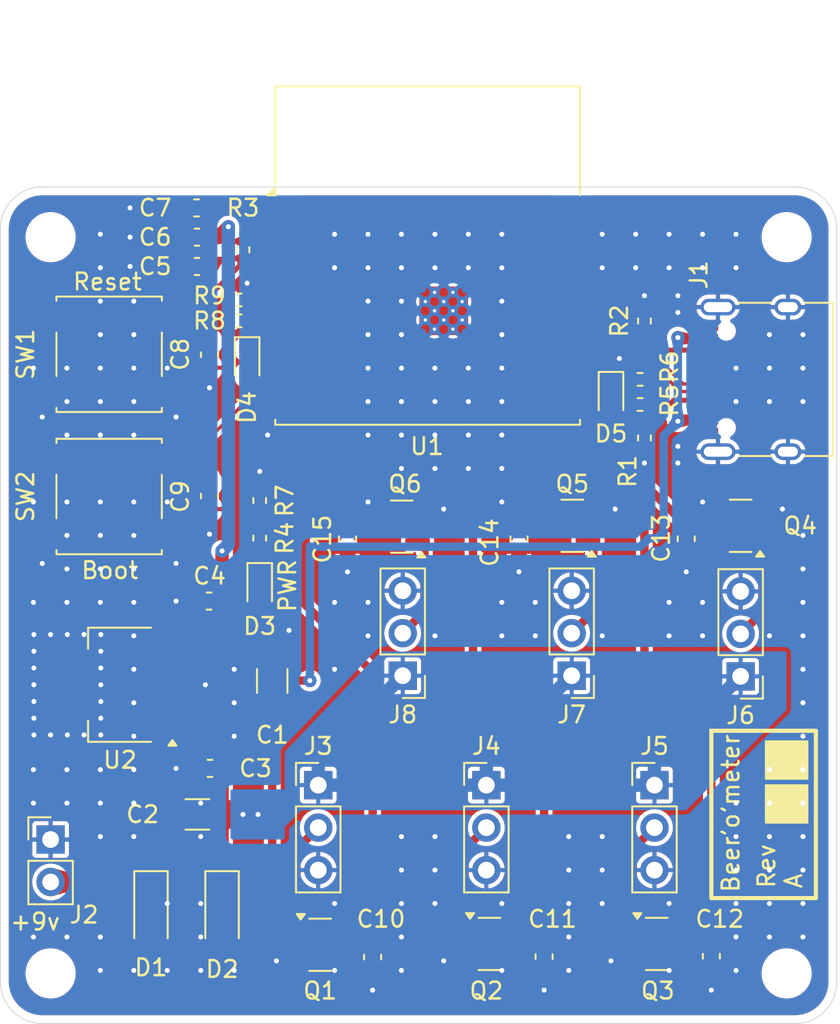
<source format=kicad_pcb>
(kicad_pcb (version 20240108) (generator "pcbnew") (generator_version "8.0")
  (layers (0 "F.Cu" signal) (31 "B.Cu" signal) (34 "B.Paste" user) (35 "F.Paste" user) (36 "B.SilkS" user "B.Silkscreen") (37 "F.SilkS" user "F.Silkscreen") (38 "B.Mask" user) (39 "F.Mask" user) (44 "Edge.Cuts" user))
  (net 0 "")
  (net 1 "GND")
  (net 4 "+3V3")
  (net 6 "+5V")
  (net 7 "+9V")
  (net 8 "ESP_EN")
  (net 9 "GPIO9")
  (net 10 "/TRIG1")
  (net 11 "/9V_f")
  (net 13 "D+")
  (net 14 "/CC1_f")
  (net 15 "D-")
  (net 17 "/CC2_f")
  (net 18 "/Sensor1/SENSE")
  (net 19 "/TRIG2")
  (net 20 "/TRIG3")
  (net 21 "/TRIG4")
  (net 22 "/TRIG5")
  (net 23 "/TRIG6")
  (net 24 "/Sensor2/SENSE")
  (net 25 "/Sensor3/SENSE")
  (net 26 "/Sensor4/SENSE")
  (net 27 "/Sensor5/SENSE")
  (net 28 "/Sensor6/SENSE")
  (net 30 "/LED_PWR_f")
  (net 31 "/LED_IND1_f")
  (net 32 "/LED_IND2_f")
  (net 33 "/LED_IND1")
  (net 34 "/LED_IND2")
  (net 35 "/LED_PWR_f2")
  (net 36 "/LED_IND2_f2")
  (net 37 "/LED_IND1_f2")
  (footprint "Capacitor_SMD:C_0603_1608Metric" (layer "F.Cu") (at 92.5 145.975 -90)
    (property "Reference" "C12")
    (property "Value" "22pF" (hide yes))
  )
  (footprint "Connector_PinHeader_2.54mm:PinHeader_1x03_P2.54mm_Vertical" (layer "F.Cu") (at 79.05 135.75)
    (property "Reference" "J4")
    (property "Value" "Conn_01x03" (hide yes))
  )
  (footprint "Connector_USB:USB_C_Receptacle_XKB_U262-16XN-4BVC11" (layer "F.Cu") (at 96 111.5 90)
    (property "Reference" "J1")
    (property "Value" "USB_C_Receptacle_USB2.0_16P" (hide yes))
  )
  (footprint "Resistor_SMD:R_0402_1005Metric" (layer "F.Cu") (at 64.26 108 180)
    (property "Reference" "R8")
    (property "Value" "33R" (hide yes))
  )
  (footprint "Capacitor_SMD:C_0603_1608Metric" (layer "F.Cu") (at 82.5 146 -90)
    (property "Reference" "C11")
    (property "Value" "22pF" (hide yes))
  )
  (footprint "RF_Module:ESP32-C3-WROOM-02" (layer "F.Cu") (at 75.54 107.2)
    (property "Reference" "U1")
    (property "Value" "ESP32-C3-WROOM-02" (hide yes))
  )
  (footprint "MountingHole:MountingHole_2.5mm" (layer "F.Cu") (at 53 147)
    (property "Reference" "H3" (hide yes))
    (property "Value" "MountingHole" (hide yes))
  )
  (footprint "Package_TO_SOT_SMD:SOT-223-3_TabPin2" (layer "F.Cu") (at 57.15 129.75 180)
    (property "Reference" "U2")
    (property "Value" "AMS1117-3.3" (hide yes))
  )
  (footprint "MountingHole:MountingHole_2.5mm" (layer "F.Cu") (at 53 103)
    (property "Reference" "H1" (hide yes))
    (property "Value" "MountingHole" (hide yes))
  )
  (footprint "MountingHole:MountingHole_2.5mm" (layer "F.Cu") (at 97 147)
    (property "Reference" "H4" (hide yes))
    (property "Value" "MountingHole" (hide yes))
  )
  (footprint "Resistor_SMD:R_0402_1005Metric" (layer "F.Cu") (at 88.24 113)
    (property "Reference" "R5")
    (property "Value" "33R" (hide yes))
  )
  (footprint "Connector_PinHeader_2.54mm:PinHeader_1x03_P2.54mm_Vertical" (layer "F.Cu") (at 74.05 129.21 180)
    (property "Reference" "J8")
    (property "Value" "Conn_01x03" (hide yes))
  )
  (footprint "LED_SMD:LED_0603_1608Metric" (layer "F.Cu") (at 65.5 123.9625 -90)
    (property "Reference" "D3")
    (property "Value" "LED" (hide yes))
  )
  (footprint "Connector_PinHeader_2.54mm:PinHeader_1x03_P2.54mm_Vertical" (layer "F.Cu") (at 84.15 129.21 180)
    (property "Reference" "J7")
    (property "Value" "Conn_01x03" (hide yes))
  )
  (footprint "Capacitor_SMD:C_0603_1608Metric" (layer "F.Cu") (at 62.5 110.025 90)
    (property "Reference" "C8")
    (property "Value" "1uF" (hide yes))
  )
  (footprint "Package_TO_SOT_SMD:SOT-23" (layer "F.Cu") (at 69.1125 145.29)
    (property "Reference" "Q1")
    (property "Value" "Q_NPN_BEC" (hide yes))
  )
  (footprint "Capacitor_SMD:C_1206_3216Metric" (layer "F.Cu") (at 66.25 129.525 90)
    (property "Reference" "C1")
    (property "Value" "22uF 25V" (hide yes))
  )
  (footprint "Diode_SMD:D_SOD-123" (layer "F.Cu") (at 63.25 143.25 -90)
    (property "Reference" "D2")
    (property "Value" "B5819W SL" (hide yes))
  )
  (footprint "Package_TO_SOT_SMD:SOT-23" (layer "F.Cu") (at 74 120.3 180)
    (property "Reference" "Q6")
    (property "Value" "Q_NPN_BEC" (hide yes))
  )
  (footprint "MountingHole:MountingHole_2.5mm" (layer "F.Cu") (at 97 103)
    (property "Reference" "H2" (hide yes))
    (property "Value" "MountingHole" (hide yes))
  )
  (footprint "Resistor_SMD:R_0402_1005Metric" (layer "F.Cu") (at 64.5 103.76 -90)
    (property "Reference" "R3")
    (property "Value" "10K" (hide yes))
  )
  (footprint "Connector_PinHeader_2.54mm:PinHeader_1x03_P2.54mm_Vertical" (layer "F.Cu") (at 94.25 129.25 180)
    (property "Reference" "J6")
    (property "Value" "Conn_01x03" (hide yes))
  )
  (footprint "Connector_PinHeader_2.54mm:PinHeader_1x02_P2.54mm_Vertical" (layer "F.Cu") (at 53 139)
    (property "Reference" "J2")
    (property "Value" "Conn_01x02" (hide yes))
  )
  (footprint "Connector_PinHeader_2.54mm:PinHeader_1x03_P2.54mm_Vertical" (layer "F.Cu") (at 69 135.75)
    (property "Reference" "J3")
    (property "Value" "Conn_01x03" (hide yes))
  )
  (footprint "Connector_PinHeader_2.54mm:PinHeader_1x03_P2.54mm_Vertical" (layer "F.Cu") (at 89.1 135.75)
    (property "Reference" "J5")
    (property "Value" "Conn_01x03" (hide yes))
  )
  (footprint "Capacitor_SMD:C_0603_1608Metric" (layer "F.Cu") (at 61.75 104.75 180)
    (property "Reference" "C5")
    (property "Value" "1uF" (hide yes))
  )
  (footprint "Capacitor_SMD:C_0603_1608Metric" (layer "F.Cu") (at 61.75 103 180)
    (property "Reference" "C6")
    (property "Value" "10uF" (hide yes))
  )
  (footprint "Capacitor_SMD:C_0603_1608Metric" (layer "F.Cu") (at 81 121.025 -90)
    (property "Reference" "C14")
    (property "Value" "22pF" (hide yes))
  )
  (footprint "Resistor_SMD:R_0402_1005Metric" (layer "F.Cu") (at 64.26 106.75)
    (property "Reference" "R9")
    (property "Value" "33R" (hide yes))
  )
  (footprint "Capacitor_SMD:C_1206_3216Metric" (layer "F.Cu") (at 61.775 137.5)
    (property "Reference" "C2")
    (property "Value" "22uF 25V" (hide yes))
  )
  (footprint "Capacitor_SMD:C_0603_1608Metric" (layer "F.Cu") (at 72.25 146.025 -90)
    (property "Reference" "C10")
    (property "Value" "22pF" (hide yes))
  )
  (footprint "Resistor_SMD:R_0402_1005Metric" (layer "F.Cu") (at 88.5 108.01 90)
    (property "Reference" "R2")
    (property "Value" "5K1" (hide yes))
  )
  (footprint "Capacitor_SMD:C_0603_1608Metric" (layer "F.Cu") (at 62.525 134.75 180)
    (property "Reference" "C3")
    (property "Value" "10uF 25V" (hide yes))
  )
  (footprint "Resistor_SMD:R_0402_1005Metric" (layer "F.Cu") (at 88.24 111.5 180)
    (property "Reference" "R6")
    (property "Value" "33R" (hide yes))
  )
  (footprint "Capacitor_SMD:C_0603_1608Metric" (layer "F.Cu") (at 62.475 124.75 180)
    (property "Reference" "C4")
    (property "Value" "10uF 25V" (hide yes))
  )
  (footprint "Package_TO_SOT_SMD:SOT-23" (layer "F.Cu") (at 84.1875 120.25 180)
    (property "Reference" "Q5")
    (property "Value" "Q_NPN_BEC" (hide yes))
  )
  (footprint "Button_Switch_SMD:SW_SPST_B3S-1000" (layer "F.Cu") (at 56.5 110 180)
    (property "Reference" "SW1")
    (property "Value" "B3S-1000" (hide yes))
  )
  (footprint "Diode_SMD:D_SOD-123" (layer "F.Cu") (at 59 143.25 -90)
    (property "Reference" "D1")
    (property "Value" "B5819W SL" (hide yes))
  )
  (footprint "LED_SMD:LED_0603_1608Metric" (layer "F.Cu") (at 86.5 112.5375 -90)
    (property "Reference" "D5")
    (property "Value" "LED" (hide yes))
  )
  (footprint "LED_SMD:LED_0603_1608Metric" (layer "F.Cu") (at 64.75 110.4625 -90)
    (property "Reference" "D4")
    (property "Value" "LED" (hide yes))
  )
  (footprint "Capacitor_SMD:C_0603_1608Metric" (layer "F.Cu") (at 70.75 121.025 -90)
    (property "Reference" "C15")
    (property "Value" "22pF" (hide yes))
  )
  (footprint "Resistor_SMD:R_0402_1005Metric" (layer "F.Cu") (at 65.5 120.99 90)
    (property "Reference" "R4")
    (property "Value" "33R" (hide yes))
  )
  (footprint "Capacitor_SMD:C_0603_1608Metric" (layer "F.Cu") (at 62.5 118.475 90)
    (property "Reference" "C9")
    (property "Value" "1uF" (hide yes))
  )
  (footprint "Capacitor_SMD:C_0603_1608Metric" (layer "F.Cu") (at 91 121.025 -90)
    (property "Reference" "C13")
    (property "Value" "22pF" (hide yes))
  )
  (footprint "Resistor_SMD:R_0402_1005Metric" (layer "F.Cu") (at 65.5 118.74 90)
    (property "Reference" "R7")
    (property "Value" "33R" (hide yes))
  )
  (footprint "Package_TO_SOT_SMD:SOT-23" (layer "F.Cu") (at 79.2375 145.24)
    (property "Reference" "Q2")
    (property "Value" "Q_NPN_BEC" (hide yes))
  )
  (footprint "Button_Switch_SMD:SW_SPST_B3S-1000" (layer "F.Cu") (at 56.5 118.5 180)
    (property "Reference" "SW2")
    (property "Value" "B3S-1000" (hide yes))
  )
  (footprint "Package_TO_SOT_SMD:SOT-23" (layer "F.Cu") (at 89.2375 145.24)
    (property "Reference" "Q3")
    (property "Value" "Q_NPN_BEC" (hide yes))
  )
  (footprint "Resistor_SMD:R_0402_1005Metric" (layer "F.Cu") (at 88.5 115 -90)
    (property "Reference" "R1")
    (property "Value" "5K1" (hide yes))
  )
  (footprint "Capacitor_SMD:C_0603_1608Metric" (layer "F.Cu") (at 61.725 101.25 180)
    (property "Reference" "C7")
    (property "Value" "100nF" (hide yes))
  )
  (footprint "Package_TO_SOT_SMD:SOT-23" (layer "F.Cu") (at 94.25 120.25 180)
    (property "Reference" "Q4")
    (property "Value" "Q_NPN_BEC" (hide yes))
  )
  (gr_rect (start 95.75 135.75) (end 98.25 138) (stroke (width 0.1)) (fill solid) (layer "F.SilkS"))
  (gr_rect (start 95.75 133.125) (end 98.25 135.375) (stroke (width 0.1)) (fill solid) (layer "F.SilkS"))
  (gr_rect (start 92.5 132.5) (end 98.75 142.5) (stroke (width 0.25)) (fill none) (layer "F.SilkS"))
  (gr_line (start 52.5 150) (end 97.5 150) (stroke (width 0.05)) (layer "Edge.Cuts"))
  (gr_line (start 97.5 100) (end 52.5 100) (stroke (width 0.05)) (layer "Edge.Cuts"))
  (gr_arc (start 97.5 100) (mid 99.267767 100.732233) (end 100 102.5) (stroke (width 0.05)) (layer "Edge.Cuts"))
  (gr_line (start 50 102.5) (end 50 147.5) (stroke (width 0.05)) (layer "Edge.Cuts"))
  (gr_arc (start 100 147.5) (mid 99.267767 149.267767) (end 97.5 150) (stroke (width 0.05)) (layer "Edge.Cuts"))
  (gr_line (start 100 147.5) (end 100 102.5) (stroke (width 0.05)) (layer "Edge.Cuts"))
  (gr_arc (start 50 102.5) (mid 50.732233 100.732233) (end 52.5 100) (stroke (width 0.05)) (layer "Edge.Cuts"))
  (gr_arc (start 52.5 150) (mid 50.732233 149.267767) (end 50 147.5) (stroke (width 0.05)) (layer "Edge.Cuts"))
  (gr_text "PWR" (at 67.75 125.5 90) (layer "F.SilkS") (effects (font (size 1 1)) (justify left bottom)))
  (gr_text "Rev\nA" (at 98 142 90) (layer "F.SilkS") (effects (font (size 1 1)) (justify left bottom)))
  (gr_text "Reset" (at 54.25 106.25 0) (layer "F.SilkS") (effects (font (size 1 1)) (justify left bottom)))
  (gr_text "Beer'o'meter" (at 94.25 142.25 90) (layer "F.SilkS") (effects (font (size 1 1)) (justify left bottom)))
  (gr_text "+9v" (at 50.5 144.5 0) (layer "F.SilkS") (effects (font (size 1 1)) (justify left bottom)))
  (gr_text "Boot" (at 54.75 123.5 0) (layer "F.SilkS") (effects (font (size 1 1)) (justify left bottom)))
  (segment (start 61.7 124.75) (end 60.5 124.75) (width 0.8) (layer "F.Cu") (net 1))
  (segment (start 54 129.75) (end 52 129.75) (width 0.8) (layer "F.Cu") (net 1))
  (segment (start 81 121.8) (end 81 123) (width 0.5) (layer "F.Cu") (net 1))
  (segment (start 66.25 127.5) (end 67.25 126.5) (width 0.8) (layer "F.Cu") (net 1))
  (segment (start 68.175 146.24) (end 66.51 146.24) (width 0.5) (layer "F.Cu") (net 1))
  (segment (start 60.475 120.75) (end 60.475 122.475) (width 0.8) (layer "F.Cu") (net 1))
  (segment (start 87.73 111.5) (end 87.73 110.98) (width 0.8) (layer "F.Cu") (net 1))
  (segment (start 60.475 113.725) (end 60.5 113.75) (width 0.8) (layer "F.Cu") (net 1))
  (segment (start 82.5 146.775) (end 82.5 148) (width 0.5) (layer "F.Cu") (net 1))
  (segment (start 91 121.8) (end 91 123) (width 0.5) (layer "F.Cu") (net 1))
  (segment (start 60.95 101.25) (end 57.75 101.25) (width 0.8) (layer "F.Cu") (net 1))
  (segment (start 91 108) (end 90.5 107.5) (width 0.25) (layer "F.Cu") (net 1))
  (segment (start 62.5 119.25) (end 62.5 120.75) (width 0.8) (layer "F.Cu") (net 1))
  (segment (start 64.77 106.75) (end 64.77 105.77) (width 0.8) (layer "F.Cu") (net 1))
  (segment (start 91.45 108.45) (end 91 108) (width 0.25) (layer "F.Cu") (net 1))
  (segment (start 54 129.75) (end 54 126.75) (width 0.8) (layer "F.Cu") (net 1))
  (segment (start 86.56 146.19) (end 86.5 146.25) (width 0.5) (layer "F.Cu") (net 1))
  (segment (start 92.33 108.45) (end 91.45 108.45) (width 0.25) (layer "F.Cu") (net 1))
  (segment (start 54 129.75) (end 54 132.75) (width 0.8) (layer "F.Cu") (net 1))
  (segment (start 91.45 114.55) (end 91 115) (width 0.25) (layer "F.Cu") (net 1))
  (segment (start 60.475 122.475) (end 60.5 122.5) (width 0.8) (layer "F.Cu") (net 1))
  (segment (start 65.5 118.23) (end 65.5 117) (width 0.8) (layer "F.Cu") (net 1))
  (segment (start 91 115) (end 90.5 115.5) (width 0.25) (layer "F.Cu") (net 1))
  (segment (start 86.7 119.3) (end 86.75 119.25) (width 0.5) (layer "F.Cu") (net 1))
  (segment (start 64.77 105.77) (end 64.75 105.75) (width 0.8) (layer "F.Cu") (net 1))
  (segment (start 66.51 146.24) (end 66.5 146.25) (width 0.5) (layer "F.Cu") (net 1))
  (segment (start 76.4 119.35) (end 76.5 119.25) (width 0.5) (layer "F.Cu") (net 1))
  (segment (start 60.975 104.75) (end 57.75 104.75) (width 0.8) (layer "F.Cu") (net 1))
  (segment (start 92.5 146.75) (end 92.5 148) (width 0.5) (layer "F.Cu") (net 1))
  (segment (start 52.525 112.25) (end 52.525 113.725) (width 0.8) (layer "F.Cu") (net 1))
  (segment (start 96.7 119.3) (end 96.75 119.25) (width 0.5) (layer "F.Cu") (net 1))
  (segment (start 87.73 110.98) (end 87 110.25) (width 0.8) (layer "F.Cu") (net 1))
  (segment (start 88.5 107.5) (end 88.5 106.5) (width 0.3) (layer "F.Cu") (net 1))
  (segment (start 52.525 122.475) (end 52.5 122.5) (width 0.8) (layer "F.Cu") (net 1))
  (segment (start 61.75 134.75) (end 60.5 134.75) (width 0.8) (layer "F.Cu") (net 1))
  (segment (start 92.33 114.85) (end 91.15 114.85) (width 0.25) (layer "F.Cu") (net 1))
  (segment (start 92.33 108.15) (end 91.15 108.15) (width 0.25) (layer "F.Cu") (net 1))
  (segment (start 76.56 146.19) (end 76.5 146.25) (width 0.5) (layer "F.Cu") (net 1))
  (segment (start 91.15 114.85) (end 91 115) (width 0.25) (layer "F.Cu") (net 1))
  (segment (start 62.5 110.8) (end 62.5 112) (width 0.8) (layer "F.Cu") (net 1))
  (segment (start 91.15 108.15) (end 91 108) (width 0.25) (layer "F.Cu") (net 1))
  (segment (start 60.3 129.75) (end 62.25 129.75) (width 0.8) (layer "F.Cu") (net 1))
  (segment (start 60.475 112.25) (end 60.475 113.725) (width 0.8) (layer "F.Cu") (net 1))
  (segment (start 78.3 146.19) (end 76.56 146.19) (width 0.5) (layer "F.Cu") (net 1))
  (segment (start 60.975 103) (end 57.75 103) (width 0.8) (layer "F.Cu") (net 1))
  (segment (start 52.525 113.725) (end 52.5 113.75) (width 0.8) (layer "F.Cu") (net 1))
  (segment (start 95.1875 119.3) (end 96.7 119.3) (width 0.5) (layer "F.Cu") (net 1))
  (segment (start 72.25 146.8) (end 72.25 148) (width 0.5) (layer "F.Cu") (net 1))
  (segment (start 70.75 121.8) (end 70.75 123) (width 0.5) (layer "F.Cu") (net 1))
  (segment (start 88.3 146.19) (end 86.56 146.19) (width 0.5) (layer "F.Cu") (net 1))
  (segment (start 92.33 114.55) (end 91.45 114.55) (width 0.25) (layer "F.Cu") (net 1))
  (segment (start 54 129.75) (end 56 129.75) (width 0.8) (layer "F.Cu") (net 1))
  (segment (start 85.125 119.3) (end 86.7 119.3) (width 0.5) (layer "F.Cu") (net 1))
  (segment (start 88.5 115.51) (end 88.5 116.5) (width 0.3) (layer "F.Cu") (net 1))
  (segment (start 74.9375 119.35) (end 76.4 119.35) (width 0.5) (layer "F.Cu") (net 1))
  (segment (start 52.525 120.75) (end 52.525 122.475) (width 0.8) (layer "F.Cu") (net 1))
  (segment (start 66.25 128.05) (end 66.25 127.5) (width 0.8) (layer "F.Cu") (net 1))
  (via (at 62.5 120.75) (size 0.8) (drill 0.3) (layers "F.Cu" "B.Cu") (net 1))
  (via (at 97.975 120.825) (size 0.8) (drill 0.3) (layers "F.Cu" "B.Cu") (net 1))
  (via (at 71.975 114.825) (size 0.8) (drill 0.3) (layers "F.Cu" "B.Cu") (net 1))
  (via (at 52.5 113.75) (size 0.8) (drill 0.3) (layers "F.Cu" "B.Cu") (net 1))
  (via (at 55.975 112.825) (size 0.8) (drill 0.3) (layers "F.Cu" "B.Cu") (net 1))
  (via (at 55 132.75) (size 0.8) (drill 0.3) (layers "F.Cu" "B.Cu") (net 1))
  (via (at 77.975 110.825) (size 0.8) (drill 0.3) (layers "F.Cu" "B.Cu") (net 1))
  (via (at 65.975 114.825) (size 0.8) (drill 0.3) (layers "F.Cu" "B.Cu") (net 1))
  (via (at 71.975 124.825) (size 0.8) (drill 0.3) (layers "F.Cu" "B.Cu") (net 1))
  (via (at 60.5 124.75) (size 0.8) (drill 0.3) (layers "F.Cu" "B.Cu") (net 1))
  (via (at 73.975 102.825) (size 0.8) (drill 0.3) (layers "F.Cu" "B.Cu") (net 1))
  (via (at 77.975 104.825) (size 0.8) (drill 0.3) (layers "F.Cu" "B.Cu") (net 1))
  (via (at 91 123) (size 0.8) (drill 0.3) (layers "F.Cu" "B.Cu") (net 1))
  (via (at 63.975 146.825) (size 0.8) (drill 0.3) (layers "F.Cu" "B.Cu") (net 1))
  (via (at 90.5 106.5) (size 0.8) (drill 0.3) (layers "F.Cu" "B.Cu") (net 1))
  (via (at 83.975 144.825) (size 0.8) (drill 0.3) (layers "F.Cu" "B.Cu") (net 1))
  (via (at 71.975 126.825) (size 0.8) (drill 0.3) (layers "F.Cu" "B.Cu") (net 1))
  (via (at 89.975 142.825) (size 0.8) (drill 0.3) (layers "F.Cu" "B.Cu") (net 1))
  (via (at 79.975 142.825) (size 0.8) (drill 0.3) (layers "F.Cu" "B.Cu") (net 1))
  (via (at 87 110.25) (size 0.8) (drill 0.3) (layers "F.Cu" "B.Cu") (net 1))
  (via (at 97.975 136.825) (size 0.8) (drill 0.3) (layers "F.Cu" "B.Cu") (net 1))
  (via (at 97.975 108.825) (size 0.8) (drill 0.3) (layers "F.Cu" "B.Cu") (net 1))
  (via (at 59.975 146.825) (size 0.8) (drill 0.3) (layers "F.Cu" "B.Cu") (net 1))
  (via (at 93.975 144.825) (size 0.8) (drill 0.3) (layers "F.Cu" "B.Cu") (net 1))
  (via (at 93.975 102.825) (size 0.8) (drill 0.3) (layers "F.Cu" "B.Cu") (net 1))
  (via (at 52 128.75) (size 0.8) (drill 0.3) (layers "F.Cu" "B.Cu") (net 1))
  (via (at 51.975 118.825) (size 0.8) (drill 0.3) (layers "F.Cu" "B.Cu") (net 1))
  (via (at 79.975 118.825) (size 0.8) (drill 0.3) (layers "F.Cu" "B.Cu") (net 1))
  (via (at 75.975 116.825) (size 0.8) (drill 0.3) (layers "F.Cu" "B.Cu") (net 1))
  (via (at 89.975 124.825) (size 0.8) (drill 0.3) (layers "F.Cu" "B.Cu") (net 1))
  (via (at 75.975 112.825) (size 0.8) (drill 0.3) (layers "F.Cu" "B.Cu") (net 1))
  (via (at 67.25 126.5) (size 0.8) (drill 0.3) (layers "F.Cu" "B.Cu") (net 1))
  (via (at 60.5 113.75) (size 0.8) (drill 0.3) (layers "F.Cu" "B.Cu") (net 1))
  (via (at 75.975 110.825) (size 0.8) (drill 0.3) (layers "F.Cu" "B.Cu") (net 1))
  (via (at 57.975 146.825) (size 0.8) (drill 0.3) (layers "F.Cu" "B.Cu") (net 1))
  (via (at 95.975 108.825) (size 0.8) (drill 0.3) (layers "F.Cu" "B.Cu") (net 1))
  (via (at 57.975 126.825) (size 0.8) (drill 0.3) (layers "F.Cu" "B.Cu") (net 1))
  (via (at 56 126.75) (size 0.8) (drill 0.3) (layers "F.Cu" "B.Cu") (net 1))
  (via (at 51.975 124.825) (size 0.8) (drill 0.3) (layers "F.Cu" "B.Cu") (net 1))
  (via (at 89.975 126.825) (size 0.8) (drill 0.3) (layers "F.Cu" "B.Cu") (net 1))
  (via (at 79.975 124.825) (size 0.8) (drill 0.3) (layers "F.Cu" "B.Cu") (net 1))
  (via (at 53.975 122.825) (size 0.8) (drill 0.3) (layers "F.Cu" "B.Cu") (net 1))
  (via (at 55.975 144.825) (size 0.8) (drill 0.3) (layers "F.Cu" "B.Cu") (net 1))
  (via (at 57.975 112.825) (size 0.8) (drill 0.3) (layers "F.Cu" "B.Cu") (net 1))
  (via (at 91.975 104.825) (size 0.8) (drill 0.3) (layers "F.Cu" "B.Cu") (net 1))
  (via (at 55.975 104.825) (size 0.8) (drill 0.3) (layers "F.Cu" "B.Cu") (net 1))
  (via (at 73.975 138.825) (size 0.8) (drill 0.3) (layers "F.Cu" "B.Cu") (net 1))
  (via (at 55.975 138.825) (size 0.8) (drill 0.3) (layers "F.Cu" "B.Cu") (net 1))
  (via (at 57.975 128.825) (size 0.8) (drill 0.3) (layers "F.Cu" "B.Cu") (net 1))
  (via (at 56 128.75) (size 0.8) (drill 0.3) (layers "F.Cu" "B.Cu") (net 1))
  (via (at 76.5 146.25) (size 0.8) (drill 0.3) (layers "F.Cu" "B.Cu") (net 1))
  (via (at 53 132.75) (size 0.8) (drill 0.3) (layers "F.Cu" "B.Cu") (net 1))
  (via (at 53.975 134.825) (size 0.8) (drill 0.3) (layers "F.Cu" "B.Cu") (net 1))
  (via (at 82.5 148) (size 0.8) (drill 0.3) (layers "F.Cu" "B.Cu") (net 1))
  (via (at 57.975 124.825) (size 0.8) (drill 0.3) (layers "F.Cu" "B.Cu") (net 1))
  (via (at 59.975 110.825) (size 0.8) (drill 0.3) (layers "F.Cu" "B.Cu") (net 1))
  (via (at 70.75 123) (size 0.8) (drill 0.3) (layers "F.Cu" "B.Cu") (net 1))
  (via (at 71.975 104.825) (size 0.8) (drill 0.3) (layers "F.Cu" "B.Cu") (net 1))
  (via (at 71.975 110.825) (size 0.8) (drill 0.3) (layers "F.Cu" "B.Cu") (net 1))
  (via (at 93.975 140.825) (size 0.8) (drill 0.3) (layers "F.Cu" "B.Cu") (net 1))
  (via (at 59.975 142.825) (size 0.8) (drill 0.3) (layers "F.Cu" "B.Cu") (net 1))
  (via (at 57.975 132.825) (size 0.8) (drill 0.3) (layers "F.Cu" "B.Cu") (net 1))
  (via (at 75.975 102.825) (size 0.8) (drill 0.3) (layers "F.Cu" "B.Cu") (net 1))
  (via (at 81.975 126.825) (size 0.8) (drill 0.3) (layers "F.Cu" "B.Cu") (net 1))
  (via (at 57.975 130.825) (size 0.8) (drill 0.3) (layers "F.Cu" "B.Cu") (net 1))
  (via (at 69.975 124.825) (size 0.8) (drill 0.3) (layers "F.Cu" "B.Cu") (net 1))
  (via (at 79.975 126.825) (size 0.8) (drill 0.3) (layers "F.Cu" "B.Cu") (net 1))
  (via (at 57.975 118.825) (size 0.8) (drill 0.3) (layers "F.Cu" "B.Cu") (net 1))
  (via (at 53.975 110.825) (size 0.8) (drill 0.3) (layers "F.Cu" "B.Cu") (net 1))
  (via (at 55.975 124.825) (size 0.8) (drill 0.3) (layers "F.Cu" "B.Cu") (net 1))
  (via (at 79.975 104.825) (size 0.8) (drill 0.3) (layers "F.Cu" "B.Cu") (net 1))
  (via (at 71.975 106.825) (size 0.8) (drill 0.3) (layers "F.Cu" "B.Cu") (net 1))
  (via (at 57.975 122.825) (size 0.8) (drill 0.3) (layers "F.Cu" "B.Cu") (net 1))
  (via (at 97.975 126.825) (size 0.8) (drill 0.3) (layers "F.Cu" "B.Cu") (net 1))
  (via (at 72.25 148) (size 0.8) (drill 0.3) (layers "F.Cu" "B.Cu") (net 1))
  (via (at 95.975 144.825) (size 0.8) (drill 0.3) (layers "F.Cu" "B.Cu") (net 1))
  (via (at 73.975 144.825) (size 0.8) (drill 0.3) (layers "F.Cu" "B.Cu") (net 1))
  (via (at 95.975 112.825) (size 0.8) (drill 0.3) (layers "F.Cu" "B.Cu") (net 1))
  (via (at 93.975 138.825) (size 0.8) (drill 0.3) (layers "F.Cu" "B.Cu") (net 1))
  (via (at 89.975 146.825) (size 0.8) (drill 0.3) (layers "F.Cu" "B.Cu") (net 1))
  (via (at 57.975 120.825) (size 0.8) (drill 0.3) (layers "F.Cu" "B.Cu") (net 1))
  (via (at 55.975 136.825) (size 0.8) (drill 0.3) (layers "F.Cu" "B.Cu") (net 1))
  (via (at 85.975 102.825) (size 0.8) (drill 0.3) (layers "F.Cu" "B.Cu") (net 1))
  (via (at 69.975 104.825) (size 0.8) (drill 0.3) (layers "F.Cu" "B.Cu") (net 1))
  (via (at 63.975 128.825) (size 0.8) (drill 0.3) (layers "F.Cu" "B.Cu") (net 1))
  (via (at 76.5 119.25) (size 0.8) (drill 0.3) (layers "F.Cu" "B.Cu") (net 1))
  (via (at 61.975 136.825) (size 0.8) (drill 0.3) (layers "F.Cu" "B.Cu") (net 1))
  (via (at 71.975 118.825) (size 0.8) (drill 0.3) (layers "F.Cu" "B.Cu") (net 1))
  (via (at 97.975 128.825) (size 0.8) (drill 0.3) (layers "F.Cu" "B.Cu") (net 1))
  (via (at 86.75 119.25) (size 0.8) (drill 0.3) (layers "F.Cu" "B.Cu") (net 1))
  (via (at 51.975 110.825) (size 0.8) (drill 0.3) (layers "F.Cu" "B.Cu") (net 1))
  (via (at 90.5 115.5) (size 0.8) (drill 0.3) (layers "F.Cu" "B.Cu") (net 1))
  (via (at 97.975 140.825) (size 0.8) (drill 0.3) (layers "F.Cu" "B.Cu") (net 1))
  (via (at 62.5 112) (size 0.8) (drill 0.3) (layers "F.Cu" "B.Cu") (net 1))
  (via (at 56 132.75) (size 0.8) (drill 0.3) (layers "F.Cu" "B.Cu") (net 1))
  (via (at 93.975 136.825) (size 0.8) (drill 0.3) (layers "F.Cu" "B.Cu") (net 1))
  (via (at 79.975 112.825) (size 0.8) (drill 0.3) (layers "F.Cu" "B.Cu") (net 1))
  (via (at 75.975 138.825) (size 0.8) (drill 0.3) (layers "F.Cu" "B.Cu") (net 1))
  (via (at 89.975 104.825) (size 0.8) (drill 0.3) (layers "F.Cu" "B.Cu") (net 1))
  (via (at 93.975 142.825) (size 0.8) (drill 0.3) (layers "F.Cu" "B.Cu") (net 1))
  (via (at 91.975 102.825) (size 0.8) (drill 0.3) (layers "F.Cu" "B.Cu") (net 1))
  (via (at 77.975 112.825) (size 0.8) (drill 0.3) (layers "F.Cu" "B.Cu") (net 1))
  (via (at 79.975 116.825) (size 0.8) (drill 0.3) (layers "F.Cu" "B.Cu") (net 1))
  (via (at 55.975 114.825) (size 0.8) (drill 0.3) (layers "F.Cu" "B.Cu") (net 1))
  (via (at 73.975 140.825) (size 0.8) (drill 0.3) (layers "F.Cu" "B.Cu") (net 1))
  (via (at 91.975 118.825) (size 0.8) (drill 0.3) (layers "F.Cu" "B.Cu") (net 1))
  (via (at 93.975 146.825) (size 0.8) (drill 0.3) (layers "F.Cu" "B.Cu") (net 1))
  (via (at 63.975 132.825) (size 0.8) (drill 0.3) (layers "F.Cu" "B.Cu") (net 1))
  (via (at 55.975 110.825) (size 0.8) (drill 0.3) (layers "F.Cu" "B.Cu") (net 1))
  (via (at 95.975 110.825) (size 0.8) (drill 0.3) (layers "F.Cu" "B.Cu") (net 1))
  (via (at 56 131.75) (size 0.8) (drill 0.3) (layers "F.Cu" "B.Cu") (net 1))
  (via (at 95.975 142.825) (size 0.8) (drill 0.3) (layers "F.Cu" "B.Cu") (net 1))
  (via (at 57.975 106.825) (size 0.8) (drill 0.3) (layers "F.Cu" "B.Cu") (net 1))
  (via (at 53.975 118.825) (size 0.8) (drill 0.3) (layers "F.Cu" "B.Cu") (net 1))
  (via (at 77.975 102.825) (size 0.8) (drill 0.3) (layers "F.Cu" "B.Cu") (net 1))
  (via (at 56 129.75) (size 0.8) (drill 0.3) (layers "F.Cu" "B.Cu") (net 1))
  (via (at 88.5 116.5) (size 0.8) (drill 0.3) (layers "F.Cu" "B.Cu") (net 1))
  (via (at 55.975 108.825) (size 0.8) (drill 0.3) (layers "F.Cu" "B.Cu") (net 1))
  (via (at 73.975 114.825) (size 0.8) (drill 0.3) (layers "F.Cu" "B.Cu") (net 1))
  (via (at 54 132.75) (size 0.8) (drill 0.3) (layers "F.Cu" "B.Cu") (net 1))
  (via (at 97.975 132.825) (size 0.8) (drill 0.3) (layers "F.Cu" "B.Cu") (net 1))
  (via (at 91.975 124.825) (size 0.8) (drill 0.3) (layers "F.Cu" "B.Cu") (net 1))
  (via (at 59.975 118.825) (size 0.8) (drill 0.3) (layers "F.Cu" "B.Cu") (net 1))
  (via (at 61.975 138.825) (size 0.8) (drill 0.3) (layers "F.Cu" "B.Cu") (net 1))
  (via (at 93.975 112.825) (size 0.8) (drill 0.3) (layers "F.Cu" "B.Cu") (net 1))
  (via (at 61.975 144.825) (size 0.8) (drill 0.3) (layers "F.Cu" "B.Cu") (net 1))
  (via (at 86.5 146.25) (size 0.8) (drill 0.3) (layers "F.Cu" "B.Cu") (net 1))
  (via (at 85.975 142.825) (size 0.8) (drill 0.3) (layers "F.Cu" "B.Cu") (net 1))
  (via (at 61.975 146.825) (size 0.8) (drill 0.3) (layers "F.Cu" "B.Cu") (net 1))
  (via (at 97.975 142.825) (size 0.8) (drill 0.3) (layers "F.Cu" "B.Cu") (net 1))
  (via (at 56 130.75) (size 0.8) (drill 0.3) (layers "F.Cu" "B.Cu") (net 1))
  (via (at 54 126.75) (size 0.8) (drill 0.3) (layers "F.Cu" "B.Cu") (net 1))
  (via (at 53.975 144.825) (size 0.8) (drill 0.3) (layers "F.Cu" "B.Cu") (net 1))
  (via (at 52 131.75) (size 0.8) (drill 0.3) (layers "F.Cu" "B.Cu") (net 1))
  (via (at 51.975 134.825) (size 0.8) (drill 0.3) (layers "F.Cu" "B.Cu") (net 1))
  (via (at 60.5 122.5) (size 0.8) (drill 0.3) (layers "F.Cu" "B.Cu") (net 1))
  (via (at 53.975 112.825) (size 0.8) (drill 0.3) (layers "F.Cu" "B.Cu") (net 1))
  (via (at 55.975 146.825) (size 0.8) (drill 0.3) (layers "F.Cu" "B.Cu") (net 1))
  (via (at 92.5 148) (size 0.8) (drill 0.3) (layers "F.Cu" "B.Cu") (net 1))
  (via (at 90.5 116.5) (size 0.8) (drill 0.3) (layers "F.Cu" "B.Cu") (net 1))
  (via (at 73.975 106.825) (size 0.8) (drill 0.3) (layers "F.Cu" "B.Cu") (net 1))
  (via (at 69.975 102.825) (size 0.8) (drill 0.3) (layers "F.Cu" "B.Cu") (net 1))
  (via (at 53.975 124.825) (size 0.8) (drill 0.3) (layers "F.Cu" "B.Cu") (net 1))
  (via (at 60.5 134.75) (size 0.8) (drill 0.3) (layers "F.Cu" "B.Cu") (net 1))
  (via (at 85.975 104.825) (size 0.8) (drill 0.3) (layers "F.Cu" "B.Cu") (net 1))
  (via (at 75.975 140.825) (size 0.8) (drill 0.3) (layers "F.Cu" "B.Cu") (net 1))
  (via (at 53.975 120.825) (size 0.8) (drill 0.3) (layers "F.Cu" "B.Cu") (net 1))
  (via (at 77.975 116.825) (size 0.8) (drill 0.3) (layers "F.Cu" "B.Cu") (net 1))
  (via (at 93.975 110.825) (size 0.8) (drill 0.3) (layers "F.Cu" "B.Cu") (net 1))
  (via (at 55.975 120.825) (size 0.8) (drill 0.3) (layers "F.Cu" "B.Cu") (net 1))
  (via (at 57.975 134.825) (size 0.8) (drill 0.3) (layers "F.Cu" "B.Cu") (net 1))
  (via (at 73.975 116.825) (size 0.8) (drill 0.3) (layers "F.Cu" "B.Cu") (net 1))
  (via (at 57.75 101.25) (size 0.8) (drill 0.3) (layers "F.Cu" "B.Cu") (net 1))
  (via (at 85.975 126.825) (size 0.8) (drill 0.3) (layers "F.Cu" "B.Cu") (net 1))
  (via (at 57.975 110.825) (size 0.8) (drill 0.3) (layers "F.Cu" "B.Cu") (net 1))
  (via (at 75.975 142.825) (size 0.8) (drill 0.3) (layers "F.Cu" "B.Cu") (net 1))
  (via (at 57.75 103) (size 0.8) (drill 0.3) (layers "F.Cu" "B.Cu") (net 1))
  (via (at 85.975 138.825) (size 0.8) (drill 0.3) (layers "F.Cu" "B.Cu") (net 1))
  (via (at 95.975 140.825) (size 0.8) (drill 0.3) (layers "F.Cu" "B.Cu") (net 1))
  (via (at 69.975 146.825) (size 0.8) (drill 0.3) (layers "F.Cu" "B.Cu") (net 1))
  (via (at 91.975 126.825) (size 0.8) (drill 0.3) (layers "F.Cu" "B.Cu") (net 1))
  (via (at 97.975 110.825) (size 0.8) (drill 0.3) (layers "F.Cu" "B.Cu") (net 1))
  (via (at 97.975 144.825) (size 0.8) (drill 0.3) (layers "F.Cu" "B.Cu") (net 1))
  (via (at 97.975 112.825) (size 0.8) (drill 0.3) (layers "F.Cu" "B.Cu") (net 1))
  (via (at 87.975 104.825) (size 0.8) (drill 0.3) (layers "F.Cu" "B.Cu") (net 1))
  (via (at 57.975 136.825) (size 0.8) (drill 0.3) (layers "F.Cu" "B.Cu") (net 1))
  (via (at 69.975 128.825) (size 0.8) (drill 0.3) (layers "F.Cu" "B.Cu") (net 1))
  (via (at 69.975 142.825) (size 0.8) (drill 0.3) (layers "F.Cu" "B.Cu") (net 1))
  (via (at 53.975 114.825) (size 0.8) (drill 0.3) (layers "F.Cu" "B.Cu") (net 1))
  (via (at 55.975 134.825) (size 0.8) (drill 0.3) (layers "F.Cu" "B.Cu") (net 1))
  (via (at 53 126.75) (size 0.8) (drill 0.3) (layers "F.Cu" "B.Cu") (net 1))
  (via (at 83.975 140.825) (size 0.8) (drill 0.3) (layers "F.Cu" "B.Cu") (net 1))
  (via (at 95.975 126.825) (size 0.8) (drill 0.3) (layers "F.Cu" "B.Cu") (net 1))
  (via (at 73.975 104.825) (size 0.8) (drill 0.3) (layers "F.Cu" "B.Cu") (net 1))
  (via (at 87.975 102.825) (size 0.8) (drill 0.3) (layers "F.Cu" "B.Cu") (net 1))
  (via (at 52 129.75) (size 0.8) (drill 0.3) (layers "F.Cu" "B.Cu") (net 1))
  (via (at 51.975 144.825) (size 0.8) (drill 0.3) (layers "F.Cu" "B.Cu") (net 1))
  (via (at 85.975 140.825) (size 0.8) (drill 0.3) (layers "F.Cu" "B.Cu") (net 1))
  (via (at 73.975 108.825) (size 0.8) (drill 0.3) (layers "F.Cu" "B.Cu") (net 1))
  (via (at 65.5 117) (size 0.8) (drill 0.3) (layers "F.Cu" "B.Cu") (net 1))
  (via (at 79.975 102.825) (size 0.8) (drill 0.3) (layers "F.Cu" "B.Cu") (net 1))
  (via (at 55.975 118.825) (size 0.8) (drill 0.3) (layers "F.Cu" "B.Cu") (net 1))
  (via (at 71.975 108.825) (size 0.8) (drill 0.3) (layers "F.Cu" "B.Cu") (net 1))
  (via (at 52 126.75) (size 0.8) (drill 0.3) (layers "F.Cu" "B.Cu") (net 1))
  (via (at 55.975 106.825) (size 0.8) (drill 0.3) (layers "F.Cu" "B.Cu") (net 1))
  (via (at 57.975 108.825) (size 0.8) (drill 0.3) (layers "F.Cu" "B.Cu") (net 1))
  (via (at 61.975 142.825) (size 0.8) (drill 0.3) (layers "F.Cu" "B.Cu") (net 1))
  (via (at 97.975 130.825) (size 0.8) (drill 0.3) (layers "F.Cu" "B.Cu") (net 1))
  (via (at 73.975 142.825) (size 0.8) (drill 0.3) (layers "F.Cu" "B.Cu") (net 1))
  (via (at 56 127.75) (size 0.8) (drill 0.3) (layers "F.Cu" "B.Cu") (net 1))
  (via (at 71.975 112.825) (size 0.8) (drill 0.3) (layers "F.Cu" "B.Cu") (net 1))
  (via (at 96.75 119.25) (size 0.8) (drill 0.3) (layers "F.Cu" "B.Cu") (net 1))
  (via (at 93.975 104.825) (size 0.8) (drill 0.3) (layers "F.Cu" "B.Cu") (net 1))
  (via (at 83.975 146.825) (size 0.8) (drill 0.3) (layers "F.Cu" "B.Cu") (net 1))
  (via (at 52.5 122.5) (size 0.8) (drill 0.3) (layers "F.Cu" "B.Cu") (net 1))
  (via (at 57.975 138.825) (size 0.8) (drill 0.3) (layers "F.Cu" "B.Cu") (net 1))
  (via (at 75.975 126.825) (size 0.8) (drill 0.3) (layers "F.Cu" "B.Cu") (net 1))
  (via (at 57.975 114.825) (size 0.8) (drill 0.3) (layers "F.Cu" "B.Cu") (net 1))
  (via (at 79.975 106.825) (size 0.8) (drill 0.3) (layers "F.Cu" "B.Cu") (net 1))
  (via (at 77.975 114.825) (size 0.8) (drill 0.3) (layers "F.Cu" "B.Cu") (net 1))
  (via (at 73.975 112.825) (size 0.8) (drill 0.3) (layers "F.Cu" "B.Cu") (net 1))
  (via (at 79.975 110.825) (size 0.8) (drill 0.3) (layers "F.Cu" "B.Cu") (net 1))
  (via (at 53.975 136.825) (size 0.8) (drill 0.3) (layers "F.Cu" "B.Cu") (net 1))
  (via (at 52 127.75) (size 0.8) (drill 0.3) (layers "F.Cu" "B.Cu") (net 1))
  (via (at 55.975 122.825) (size 0.8) (drill 0.3) (layers "F.Cu" "B.Cu") (net 1))
  (via (at 66.5 146.25) (size 0.8) (drill 0.3) (layers "F.Cu" "B.Cu") (net 1))
  (via (at 97.975 122.825) (size 0.8) (drill 0.3) (layers "F.Cu" "B.Cu") (net 1))
  (via (at 90.5 107.5) (size 0.8) (drill 0.3) (layers "F.Cu" "B.Cu") (net 1))
  (via (at 83.975 142.825) (size 0.8) (drill 0.3) (layers "F.Cu" "B.Cu") (net 1))
  (via (at 75.975 104.825) (size 0.8) (drill 0.3) (layers "F.Cu" "B.Cu") (net 1))
  (via (at 95.975 136.825) (size 0.8) (drill 0.3) (layers "F.Cu" "B.Cu") (net 1))
  (via (at 79.975 146.825) (size 0.8) (drill 0.3) (layers "F.Cu" "B.Cu") (net 1))
  (via (at 71.975 102.825) (size 0.8) (drill 0.3) (layers "F.Cu" "B.Cu") (net 1))
  (via (at 51.975 136.825) (size 0.8) (drill 0.3) (layers "F.Cu" "B.Cu") (net 1))
  (via (at 62.25 129.75) (size 0.8) (drill 0.3) (layers "F.Cu" "B.Cu") (net 1))
  (via (at 55.975 102.825) (size 0.8) (drill 0.3) (layers "F.Cu" "B.Cu") (net 1))
  (via (at 73.975 110.825) (size 0.8) (drill 0.3) (layers "F.Cu" "B.Cu") (net 1))
  (via (at 55 126.75) (size 0.8) (drill 0.3) (layers "F.Cu" "B.Cu") (net 1))
  (via (at 79.975 108.825) (size 0.8) (drill 0.3) (layers "F.Cu" "B.Cu") (net 1))
  (via (at 64.75 105.75) (size 0.8) (drill 0.3) (layers "F.Cu" "B.Cu") (net 1))
  (via (at 75.975 114.825) (size 0.8) (drill 0.3) (layers "F.Cu" "B.Cu") (net 1))
  (via (at 52 132.75) (size 0.8) (drill 0.3) (layers "F.Cu" "B.Cu") (net 1))
  (via (at 95.975 138.825) (size 0.8) (drill 0.3) (layers "F.Cu" "B.Cu") (net 1))
  (via (at 52 130.75) (size 0.8) (drill 0.3) (layers "F.Cu" "B.Cu") (net 1))
  (via (at 57.75 104.75) (size 0.8) (drill 0.3) (layers "F.Cu" "B.Cu") (net 1))
  (via (at 81 123) (size 0.8) (drill 0.3) (layers "F.Cu" "B.Cu") (net 1))
  (via (at 97.975 124.825) (size 0.8) (drill 0.3) (layers "F.Cu" "B.Cu") (net 1))
  (via (at 73.975 146.825) (size 0.8) (drill 0.3) (layers "F.Cu" "B.Cu") (net 1))
  (via (at 63.975 130.825) (size 0.8) (drill 0.3) (layers "F.Cu" "B.Cu") (net 1))
  (via (at 88.5 106.5) (size 0.8) (drill 0.3) (layers "F.Cu" "B.Cu") (net 1))
  (via (at 97.975 138.825) (size 0.8) (drill 0.3) (layers "F.Cu" "B.Cu") (net 1))
  (via (at 97.975 134.825) (size 0.8) (drill 0.3) (layers "F.Cu" "B.Cu") (net 1))
  (via (at 95.975 134.825) (size 0.8) (drill 0.3) (layers "F.Cu" "B.Cu") (net 1))
  (via (at 81.975 124.825) (size 0.8) (drill 0.3) (layers "F.Cu" "B.Cu") (net 1))
  (via (at 89.975 102.825) (size 0.8) (drill 0.3) (layers "F.Cu" "B.Cu") (net 1))
  (via (at 79.975 114.825) (size 0.8) (drill 0.3) (layers "F.Cu" "B.Cu") (net 1))
  (via (at 83.975 138.825) (size 0.8) (drill 0.3) (layers "F.Cu" "B.Cu") (net 1))
  (segment (start 66.74 101.25) (end 66.79 101.2) (width 0.8) (layer "F.Cu") (net 4))
  (segment (start 63.25 121.75) (end 63.25 124.75) (width 0.8) (layer "F.Cu") (net 4))
  (segment (start 62.525 101.275) (end 62.5 101.25) (width 0.8) (layer "F.Cu") (net 4))
  (segment (start 63.625 102.375) (end 63 103) (width 0.8) (layer "F.Cu") (net 4))
  (segment (start 63 103) (end 62.525 103) (width 0.8) (layer "F.Cu") (net 4))
  (segment (start 64.5 103.25) (end 62.775 103.25) (width 0.2) (layer "F.Cu") (net 4))
  (segment (start 63.25 125.5) (end 63.25 124.75) (width 0.8) (layer "F.Cu") (net 4))
  (segment (start 61.3 127.45) (end 63.25 125.5) (width 0.8) (layer "F.Cu") (net 4))
  (segment (start 62.5 101.25) (end 66.74 101.25) (width 0.8) (layer "F.Cu") (net 4))
  (segment (start 62.525 103) (end 62.525 101.275) (width 0.8) (layer "F.Cu") (net 4))
  (segment (start 60.3 127.45) (end 61.3 127.45) (width 0.8) (layer "F.Cu") (net 4))
  (segment (start 63.25 124.75) (end 65.5 124.75) (width 0.8) (layer "F.Cu") (net 4))
  (segment (start 62.775 103.25) (end 62.525 103) (width 0.2) (layer "F.Cu") (net 4))
  (via (at 63.625 102.375) (size 0.8) (drill 0.3) (layers "F.Cu" "B.Cu") (net 4))
  (via (at 63.25 121.75) (size 0.8) (drill 0.3) (layers "F.Cu" "B.Cu") (net 4))
  (segment (start 63.625 102.375) (end 63.625 121.375) (width 0.8) (layer "B.Cu") (net 4))
  (segment (start 63.625 121.375) (end 63.25 121.75) (width 0.8) (layer "B.Cu") (net 4))
  (segment (start 67.75 129.5) (end 66.25 131) (width 0.5) (layer "F.Cu") (net 6))
  (segment (start 91.5 108.95) (end 90.55 108.95) (width 0.3) (layer "F.Cu") (net 6))
  (segment (start 92.33 109.25) (end 91.5 109.25) (width 0.3) (layer "F.Cu") (net 6))
  (segment (start 66.25 141.9) (end 63.25 144.9) (width 0.5) (layer "F.Cu") (net 6))
  (segment (start 92.33 113.75) (end 91.5 113.75) (width 0.3) (layer "F.Cu") (net 6))
  (segment (start 92.33 114.05) (end 91 114.05) (width 0.3) (layer "F.Cu") (net 6))
  (segment (start 92.33 108.95) (end 91.5 108.95) (width 0.3) (layer "F.Cu") (net 6))
  (segment (start 68.5 129.5) (end 67.75 129.5) (width 0.5) (layer "F.Cu") (net 6))
  (segment (start 90.55 108.95) (end 90.5 109) (width 0.3) (layer "F.Cu") (net 6))
  (segment (start 66.25 131) (end 66.25 141.9) (width 0.5) (layer "F.Cu") (net 6))
  (segment (start 90.75 113.75) (end 90.5 114) (width 0.3) (layer "F.Cu") (net 6))
  (segment (start 63.4 145.05) (end 63.25 144.9) (width 0.8) (layer "F.Cu") (net 6))
  (segment (start 90.75 109.25) (end 90.5 109) (width 0.3) (layer "F.Cu") (net 6))
  (segment (start 91.5 113.75) (end 90.75 113.75) (width 0.3) (layer "F.Cu") (net 6))
  (segment (start 91 114.05) (end 90.55 114.05) (width 0.3) (layer "F.Cu") (net 6))
  (segment (start 90.55 114.05) (end 90.5 114) (width 0.3) (layer "F.Cu") (net 6))
  (segment (start 91.5 109.25) (end 90.75 109.25) (width 0.3) (layer "F.Cu") (net 6))
  (via (at 68.5 129.5) (size 0.8) (drill 0.3) (layers "F.Cu" "B.Cu") (net 6))
  (via (at 90.5 114) (size 0.8) (drill 0.3) (layers "F.Cu" "B.Cu") (net 6))
  (via (at 90.5 109) (size 0.8) (drill 0.3) (layers "F.Cu" "B.Cu") (net 6))
  (segment (start 68.5 121.5) (end 68.5 129.5) (width 0.5) (layer "B.Cu") (net 6))
  (segment (start 88.75 121) (end 88.25 121.5) (width 0.5) (layer "B.Cu") (net 6))
  (segment (start 90.5 114) (end 90.5 109) (width 0.5) (layer "B.Cu") (net 6))
  (segment (start 89.65 120.6) (end 89.25 121) (width 0.5) (layer "B.Cu") (net 6))
  (segment (start 88.25 121.5) (end 68.5 121.5) (width 0.5) (layer "B.Cu") (net 6))
  (segment (start 90.5 114) (end 89.65 114.85) (width 0.5) (layer "B.Cu") (net 6))
  (segment (start 89.65 114.85) (end 89.65 120.6) (width 0.5) (layer "B.Cu") (net 6))
  (segment (start 89.25 121) (end 88.75 121) (width 0.5) (layer "B.Cu") (net 6))
  (segment (start 59 141.6) (end 63.25 141.6) (width 0.8) (layer "F.Cu") (net 7))
  (segment (start 63.3 134.75) (end 63.3 134.275) (width 0.8) (layer "F.Cu") (net 7))
  (segment (start 63.3 134.275) (end 61.075 132.05) (width 0.8) (layer "F.Cu") (net 7))
  (segment (start 63.25 137.5) (end 63.25 134.8) (width 0.8) (layer "F.Cu") (net 7))
  (segment (start 63.25 137.5) (end 64.5 137.5) (width 0.8) (layer "F.Cu") (net 7))
  (segment (start 63.25 134.8) (end 63.3 134.75) (width 0.8) (layer "F.Cu") (net 7))
  (segment (start 64.5 137.5) (end 65.4 137.5) (width 0.8) (layer "F.Cu") (net 7))
  (segment (start 63.25 141.6) (end 63.25 137.5) (width 0.8) (layer "F.Cu") (net 7))
  (segment (start 61.075 132.05) (end 60.3 132.05) (width 0.8) (layer "F.Cu") (net 7))
  (via (at 64.5 137.5) (size 0.8) (drill 0.3) (layers "F.Cu" "B.Cu") (net 7))
  (via (at 65.4 137.5) (size 0.8) (drill 0.3) (layers "F.Cu" "B.Cu") (net 7))
  (segment (start 79.05 135.75) (end 79.05 134.31) (width 0.8) (layer "B.Cu") (net 7))
  (segment (start 79.05 135.75) (end 89.1 135.75) (width 0.8) (layer "B.Cu") (net 7))
  (segment (start 89.1 134.4) (end 94.25 129.25) (width 0.8) (layer "B.Cu") (net 7))
  (segment (start 69 135.75) (end 69 134.26) (width 0.8) (layer "B.Cu") (net 7))
  (segment (start 69 134.26) (end 74.05 129.21) (width 0.8) (layer "B.Cu") (net 7))
  (segment (start 79.05 134.31) (end 84.15 129.21) (width 0.8) (layer "B.Cu") (net 7))
  (segment (start 69 135.75) (end 79.05 135.75) (width 0.8) (layer "B.Cu") (net 7))
  (segment (start 89.1 135.75) (end 89.1 134.4) (width 0.8) (layer "B.Cu") (net 7))
  (segment (start 64.5 104.27) (end 66.07 102.7) (width 0.2) (layer "F.Cu") (net 8))
  (segment (start 61.1125 107.8875) (end 64.5 104.5) (width 0.3) (layer "F.Cu") (net 8))
  (segment (start 52.525 107.75) (end 60.475 107.75) (width 0.3) (layer "F.Cu") (net 8))
  (segment (start 63.005 104.27) (end 62.525 104.75) (width 0.2) (layer "F.Cu") (net 8))
  (segment (start 66.07 102.7) (end 66.79 102.7) (width 0.2) (layer "F.Cu") (net 8))
  (segment (start 64.5 104.27) (end 63.005 104.27) (width 0.2) (layer "F.Cu") (net 8))
  (segment (start 64.5 104.5) (end 64.5 104.27) (width 0.3) (layer "F.Cu") (net 8))
  (segment (start 66.59 102.5) (end 66.79 102.7) (width 0.3) (layer "F.Cu") (net 8))
  (segment (start 60.475 107.75) (end 60.6125 107.8875) (width 0.3) (layer "F.Cu") (net 8))
  (segment (start 61.975 109.25) (end 60.475 107.75) (width 0.3) (layer "F.Cu") (net 8))
  (segment (start 60.6125 107.8875) (end 61.1125 107.8875) (width 0.3) (layer "F.Cu") (net 8))
  (segment (start 62.5 109.25) (end 61.975 109.25) (width 0.3) (layer "F.Cu") (net 8))
  (segment (start 60.475 116.25) (end 52.525 116.25) (width 0.2) (layer "F.Cu") (net 9))
  (segment (start 65.8 111.7) (end 66.79 111.7) (width 0.2) (layer "F.Cu") (net 9))
  (segment (start 61.925 117.7) (end 62.5 117.7) (width 0.2) (layer "F.Cu") (net 9))
  (segment (start 60.475 116.25) (end 61.925 117.7) (width 0.2) (layer "F.Cu") (net 9))
  (segment (start 62.5 115) (end 65.8 111.7) (width 0.2) (layer "F.Cu") (net 9))
  (segment (start 62.5 117.7) (end 62.5 115) (width 0.2) (layer "F.Cu") (net 9))
  (segment (start 68.25 107.5) (end 67.95 107.2) (width 0.5) (layer "F.Cu") (net 10))
  (segment (start 68.25 125) (end 68.25 107.5) (width 0.5) (layer "F.Cu") (net 10))
  (segment (start 72.25 145.25) (end 72.25 129) (width 0.5) (layer "F.Cu") (net 10))
  (segment (start 72.21 145.29) (end 72.25 145.25) (width 0.5) (layer "F.Cu") (net 10))
  (segment (start 72.25 129) (end 68.25 125) (width 0.5) (layer "F.Cu") (net 10))
  (segment (start 67.95 107.2) (end 66.79 107.2) (width 0.5) (layer "F.Cu") (net 10))
  (segment (start 70.05 145.29) (end 72.21 145.29) (width 0.5) (layer "F.Cu") (net 10))
  (segment (start 53 141.54) (end 55.64 141.54) (width 0.8) (layer "F.Cu") (net 11))
  (segment (start 55.64 141.54) (end 59 144.9) (width 0.8) (layer "F.Cu") (net 11))
  (segment (start 85.415001 107.2) (end 84.29 107.2) (width 0.2) (layer "F.Cu") (net 13))
  (segment (start 90.816076 111.775) (end 86.766076 107.725) (width 0.2) (layer "F.Cu") (net 13))
  (segment (start 92.33 110.75) (end 91.505 110.75) (width 0.2) (layer "F.Cu") (net 13))
  (segment (start 91.442499 111.775) (end 90.816076 111.775) (width 0.2) (layer "F.Cu") (net 13))
  (segment (start 86.766076 107.725) (end 85.940001 107.725) (width 0.2) (layer "F.Cu") (net 13))
  (segment (start 91.505 110.75) (end 91.455 110.8) (width 0.2) (layer "F.Cu") (net 13))
  (segment (start 91.455 111.737501) (end 91.467499 111.75) (width 0.2) (layer "F.Cu") (net 13))
  (segment (start 91.455 110.8) (end 91.455 111.737501) (width 0.2) (layer "F.Cu") (net 13))
  (segment (start 91.467499 111.75) (end 91.442499 111.775) (width 0.2) (layer "F.Cu") (net 13))
  (segment (start 85.940001 107.725) (end 85.415001 107.2) (width 0.2) (layer "F.Cu") (net 13))
  (segment (start 91.467499 111.75) (end 92.33 111.75) (width 0.2) (layer "F.Cu") (net 13))
  (segment (start 90.24 112.75) (end 88.5 114.49) (width 0.3) (layer "F.Cu") (net 14))
  (segment (start 92.33 112.75) (end 90.24 112.75) (width 0.3) (layer "F.Cu") (net 14))
  (segment (start 85.615001 108.5) (end 85.415001 108.7) (width 0.2) (layer "F.Cu") (net 15))
  (segment (start 90.629708 112.225) (end 86.904708 108.5) (width 0.2) (layer "F.Cu") (net 15))
  (segment (start 85.415001 108.7) (end 84.29 108.7) (width 0.2) (layer "F.Cu") (net 15))
  (segment (start 93.205 112.2) (end 93.155 112.25) (width 0.2) (layer "F.Cu") (net 15))
  (segment (start 92.33 111.25) (end 93.155 111.25) (width 0.2) (layer "F.Cu") (net 15))
  (segment (start 91.442499 112.225) (end 90.629708 112.225) (width 0.2) (layer "F.Cu") (net 15))
  (segment (start 93.155 112.25) (end 92.33 112.25) (width 0.2) (layer "F.Cu") (net 15))
  (segment (start 93.205 111.3) (end 93.205 112.2) (width 0.2) (layer "F.Cu") (net 15))
  (segment (start 91.467499 112.25) (end 91.442499 112.225) (width 0.2) (layer "F.Cu") (net 15))
  (segment (start 92.33 112.25) (end 91.467499 112.25) (width 0.2) (layer "F.Cu") (net 15))
  (segment (start 93.155 111.25) (end 93.205 111.3) (width 0.2) (layer "F.Cu") (net 15))
  (segment (start 86.904708 108.5) (end 85.615001 108.5) (width 0.2) (layer "F.Cu") (net 15))
  (segment (start 92.33 109.75) (end 89.73 109.75) (width 0.3) (layer "F.Cu") (net 17))
  (segment (start 89.73 109.75) (end 88.5 108.52) (width 0.3) (layer "F.Cu") (net 17))
  (segment (start 69 138.29) (end 67.7 139.59) (width 0.5) (layer "F.Cu") (net 18))
  (segment (start 67.7 139.59) (end 67.7 143.865) (width 0.5) (layer "F.Cu") (net 18))
  (segment (start 67.7 143.865) (end 68.175 144.34) (width 0.5) (layer "F.Cu") (net 18))
  (segment (start 72.5 117.75) (end 69.75 115) (width 0.5) (layer "F.Cu") (net 19))
  (segment (start 67.52995 104.2) (end 66.79 104.2) (width 0.5) (layer "F.Cu") (net 19))
  (segment (start 82.5 132.5) (end 78.25 128.25) (width 0.5) (layer "F.Cu") (net 19))
  (segment (start 80.175 145.24) (end 82.485 145.24) (width 0.5) (layer "F.Cu") (net 19))
  (segment (start 69.75 106.42005) (end 67.52995 104.2) (width 0.5) (layer "F.Cu") (net 19))
  (segment (start 82.485 145.24) (end 82.5 145.225) (width 0.5) (layer "F.Cu") (net 19))
  (segment (start 82.5 145.225) (end 82.5 132.5) (width 0.5) (layer "F.Cu") (net 19))
  (segment (start 78.25 119.797918) (end 76.202082 117.75) (width 0.5) (layer "F.Cu") (net 19))
  (segment (start 78.25 128.25) (end 78.25 119.797918) (width 0.5) (layer "F.Cu") (net 19))
  (segment (start 76.202082 117.75) (end 72.5 117.75) (width 0.5) (layer "F.Cu") (net 19))
  (segment (start 69.75 115) (end 69.75 106.42005) (width 0.5) (layer "F.Cu") (net 19))
  (segment (start 83.55005 104.2) (end 84.29 104.2) (width 0.5) (layer "F.Cu") (net 20))
  (segment (start 82.05 105.70005) (end 83.55005 104.2) (width 0.5) (layer "F.Cu") (net 20))
  (segment (start 88.5 119.797918) (end 84.952082 116.25) (width 0.5) (layer "F.Cu") (net 20))
  (segment (start 83.260051 116.25) (end 82.05 115.039949) (width 0.5) (layer "F.Cu") (net 20))
  (segment (start 92.46 145.24) (end 92.5 145.2) (width 0.5) (layer "F.Cu") (net 20))
  (segment (start 92.5 145.2) (end 92.5 133.25) (width 0.5) (layer "F.Cu") (net 20))
  (segment (start 92.5 133.25) (end 88.5 129.25) (width 0.5) (layer "F.Cu") (net 20))
  (segment (start 90.175 145.24) (end 92.46 145.24) (width 0.5) (layer "F.Cu") (net 20))
  (segment (start 84.952082 116.25) (end 83.260051 116.25) (width 0.5) (layer "F.Cu") (net 20))
  (segment (start 82.05 115.039949) (end 82.05 105.70005) (width 0.5) (layer "F.Cu") (net 20))
  (segment (start 88.5 129.25) (end 88.5 119.797918) (width 0.5) (layer "F.Cu") (net 20))
  (segment (start 93.3125 120.25) (end 91 120.25) (width 0.5) (layer "F.Cu") (net 21))
  (segment (start 82.75 105.99) (end 83.04 105.7) (width 0.5) (layer "F.Cu") (net 21))
  (segment (start 86.25 115.5) (end 86 115.5) (width 0.5) (layer "F.Cu") (net 21))
  (segment (start 85.25 114.75) (end 82.75 114.75) (width 0.5) (layer "F.Cu") (net 21))
  (segment (start 91 120.25) (end 86.25 115.5) (width 0.5) (layer "F.Cu") (net 21))
  (segment (start 86 115.5) (end 85.25 114.75) (width 0.5) (layer "F.Cu") (net 21))
  (segment (start 83.04 105.7) (end 84.29 105.7) (width 0.5) (layer "F.Cu") (net 21))
  (segment (start 82.75 114.75) (end 82.75 105.99) (width 0.5) (layer "F.Cu") (net 21))
  (segment (start 83.55 102.7) (end 84.29 102.7) (width 0.5) (layer "F.Cu") (net 22))
  (segment (start 81.25 120) (end 81.25 105) (width 0.5) (layer "F.Cu") (net 22))
  (segment (start 81.25 105) (end 83.55 102.7) (width 0.5) (layer "F.Cu") (net 22))
  (segment (start 83.25 120.25) (end 81 120.25) (width 0.5) (layer "F.Cu") (net 22))
  (segment (start 81 120.25) (end 81.25 120) (width 0.5) (layer "F.Cu") (net 22))
  (segment (start 73.0625 120.3) (end 70.8 120.3) (width 0.5) (layer "F.Cu") (net 23))
  (segment (start 70.8 120.3) (end 70.75 120.25) (width 0.5) (layer "F.Cu") (net 23))
  (segment (start 69 107) (end 67.7 105.7) (width 0.5) (layer "F.Cu") (net 23))
  (segment (start 70.75 120.25) (end 69 118.5) (width 0.5) (layer "F.Cu") (net 23))
  (segment (start 69 118.5) (end 69 107) (width 0.5) (layer "F.Cu") (net 23))
  (segment (start 67.7 105.7) (end 66.79 105.7) (width 0.5) (layer "F.Cu") (net 23))
  (segment (start 79.05 138.29) (end 77.75 139.59) (width 0.5) (layer "F.Cu") (net 24))
  (segment (start 77.75 143.74) (end 78.3 144.29) (width 0.5) (layer "F.Cu") (net 24))
  (segment (start 77.75 139.59) (end 77.75 143.74) (width 0.5) (layer "F.Cu") (net 24))
  (segment (start 87.8 139.59) (end 87.8 143.79) (width 0.5) (layer "F.Cu") (net 25))
  (segment (start 89.1 138.29) (end 87.8 139.59) (width 0.5) (layer "F.Cu") (net 25))
  (segment (start 87.8 143.79) (end 88.3 144.29) (width 0.5) (layer "F.Cu") (net 25))
  (segment (start 94.25 126.71) (end 95.55 125.41) (width 0.5) (layer "F.Cu") (net 26))
  (segment (start 95.55 121.5625) (end 95.1875 121.2) (width 0.5) (layer "F.Cu") (net 26))
  (segment (start 95.55 125.41) (end 95.55 121.5625) (width 0.5) (layer "F.Cu") (net 26))
  (segment (start 84.15 126.67) (end 85.45 125.37) (width 0.5) (layer "F.Cu") (net 27))
  (segment (start 85.45 121.525) (end 85.125 121.2) (width 0.5) (layer "F.Cu") (net 27))
  (segment (start 85.45 125.37) (end 85.45 121.525) (width 0.5) (layer "F.Cu") (net 27))
  (segment (start 75.35 121.6625) (end 74.9375 121.25) (width 0.5) (layer "F.Cu") (net 28))
  (segment (start 75.35 125.37) (end 75.35 121.6625) (width 0.5) (layer "F.Cu") (net 28))
  (segment (start 74.05 126.67) (end 75.35 125.37) (width 0.5) (layer "F.Cu") (net 28))
  (segment (start 65.5 123.175) (end 65.5 121.5) (width 0.8) (layer "F.Cu") (net 30))
  (segment (start 64.75 108.02) (end 64.77 108) (width 0.3) (layer "F.Cu") (net 31))
  (segment (start 64.75 109.675) (end 64.75 108.02) (width 0.3) (layer "F.Cu") (net 31))
  (segment (start 86.5 111.77) (end 87.73 113) (width 0.3) (layer "F.Cu") (net 32))
  (segment (start 86.5 111.75) (end 86.5 111.77) (width 0.3) (layer "F.Cu") (net 32))
  (segment (start 66.665 110.325) (end 66.79 110.2) (width 0.25) (layer "F.Cu") (net 33))
  (segment (start 65.8 110.2) (end 66.79 110.2) (width 0.3) (layer "F.Cu") (net 33))
  (segment (start 64.75 111.25) (end 65.8 110.2) (width 0.3) (layer "F.Cu") (net 33))
  (segment (start 86.375 113.2) (end 86.5 113.325) (width 0.25) (layer "F.Cu") (net 34))
  (segment (start 84.29 113.2) (end 86.375 113.2) (width 0.25) (layer "F.Cu") (net 34))
  (segment (start 65.5 120.48) (end 65.5 119.25) (width 0.3) (layer "F.Cu") (net 35))
  (segment (start 88.75 113) (end 88.75 111.5) (width 0.3) (layer "F.Cu") (net 36))
  (segment (start 63.75 108) (end 63.75 106.75) (width 0.3) (layer "F.Cu") (net 37))
  (zone (net 1) (net_name "GND") (layers "F&B.Cu") (connect_pads (clearance 0.25)) (min_thickness 0.25) (fill yes (thermal_gap 0.25) (thermal_bridge_width 0.25))
    (polygon (pts (xy 50 100) (xy 100 100) (xy 100 150) (xy 50 150)))
  )
  (zone (net 7) (net_name "+9V") (layer "B.Cu") (priority 2) (connect_pads (clearance 0.25)) (min_thickness 0.25) (fill yes (thermal_gap 0.25) (thermal_bridge_width 0.25))
    (polygon (pts (xy 67 139) (xy 63.75 139) (xy 63.75 136) (xy 68 136) (xy 68 137.25) (xy 67 138.25)))
  )
  (zone (net 7) (net_name "+9V") (layer "B.Cu") (priority 1) (connect_pads (clearance 0.25)) (min_thickness 0.25) (fill yes (thermal_gap 0.25) (thermal_bridge_width 0.25))
    (polygon (pts (xy 91 137.25) (xy 67 137.25) (xy 67 133.75) (xy 72.75 127.75) (xy 97 127.75) (xy 97 131.25)))
  )
)
</source>
